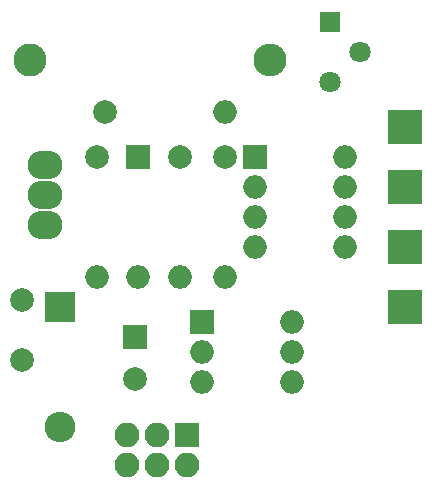
<source format=gbr>
G04 #@! TF.FileFunction,Soldermask,Top*
%FSLAX46Y46*%
G04 Gerber Fmt 4.6, Leading zero omitted, Abs format (unit mm)*
G04 Created by KiCad (PCBNEW 4.0.5) date 03/07/17 03:27:53*
%MOMM*%
%LPD*%
G01*
G04 APERTURE LIST*
%ADD10C,0.100000*%
%ADD11R,2.600000X2.600000*%
%ADD12O,2.600000X2.600000*%
%ADD13R,2.000000X2.000000*%
%ADD14C,2.000000*%
%ADD15R,2.100000X2.100000*%
%ADD16O,2.100000X2.100000*%
%ADD17O,2.940000X2.432000*%
%ADD18O,2.000000X2.000000*%
%ADD19R,2.899360X2.899360*%
%ADD20R,1.800000X1.800000*%
%ADD21C,1.800000*%
%ADD22C,2.800000*%
%ADD23O,2.800000X2.800000*%
G04 APERTURE END LIST*
D10*
D11*
X135890000Y-105410000D03*
D12*
X135890000Y-115570000D03*
D13*
X142240000Y-107950000D03*
D14*
X142240000Y-111450000D03*
D15*
X146685000Y-116205000D03*
D16*
X146685000Y-118745000D03*
X144145000Y-116205000D03*
X144145000Y-118745000D03*
X141605000Y-116205000D03*
X141605000Y-118745000D03*
D17*
X134620000Y-95885000D03*
X134620000Y-93345000D03*
X134620000Y-98425000D03*
D14*
X139065000Y-92710000D03*
D18*
X139065000Y-102870000D03*
D14*
X139700000Y-88900000D03*
D18*
X149860000Y-88900000D03*
D14*
X146050000Y-92710000D03*
D18*
X146050000Y-102870000D03*
D14*
X149860000Y-92710000D03*
D18*
X149860000Y-102870000D03*
D13*
X152400000Y-92710000D03*
D18*
X160020000Y-100330000D03*
X152400000Y-95250000D03*
X160020000Y-97790000D03*
X152400000Y-97790000D03*
X160020000Y-95250000D03*
X152400000Y-100330000D03*
X160020000Y-92710000D03*
D13*
X147955000Y-106680000D03*
D18*
X155575000Y-111760000D03*
X147955000Y-109220000D03*
X155575000Y-109220000D03*
X147955000Y-111760000D03*
X155575000Y-106680000D03*
D13*
X142557500Y-92710000D03*
D18*
X142557500Y-102870000D03*
D19*
X165100000Y-105410000D03*
X165100000Y-100330000D03*
X165100000Y-95250000D03*
X165100000Y-90170000D03*
D14*
X132715000Y-109855000D03*
X132715000Y-104775000D03*
D20*
X158750000Y-81280000D03*
D21*
X158750000Y-86360000D03*
X161290000Y-83820000D03*
D22*
X133350000Y-84455000D03*
D23*
X153670000Y-84455000D03*
M02*

</source>
